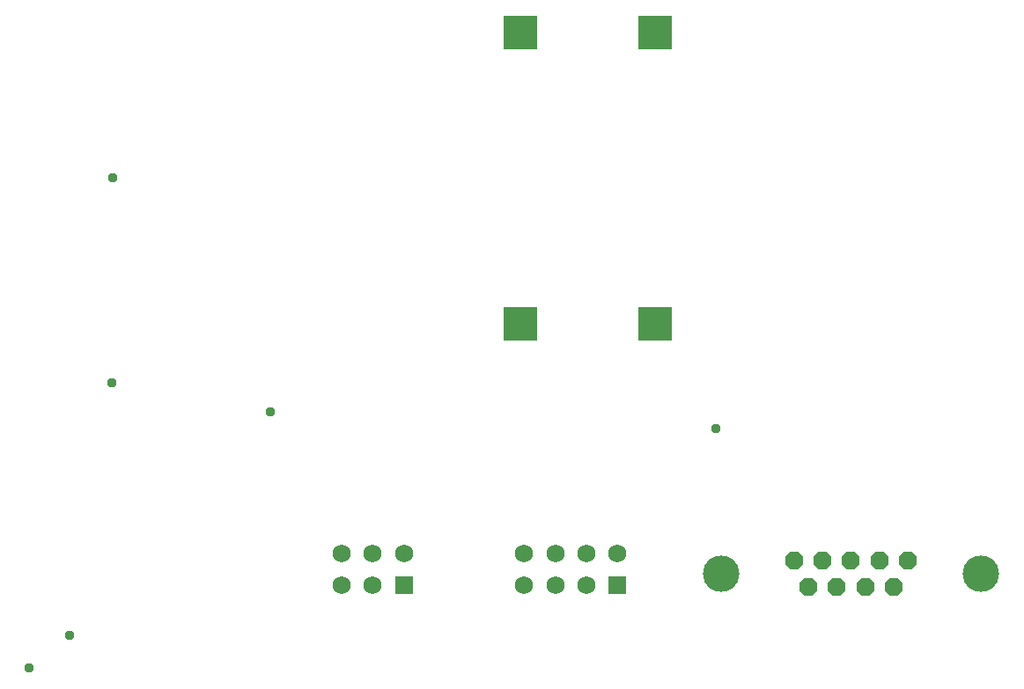
<source format=gbr>
G04 EAGLE Gerber RS-274X export*
G75*
%MOMM*%
%FSLAX34Y34*%
%LPD*%
%INSoldermask Bottom*%
%IPPOS*%
%AMOC8*
5,1,8,0,0,1.08239X$1,22.5*%
G01*
%ADD10P,1.869504X8X202.500000*%
%ADD11C,3.505200*%
%ADD12C,1.733200*%
%ADD13R,1.733200X1.733200*%
%ADD14R,3.203200X3.203200*%
%ADD15C,0.959600*%


D10*
X884864Y122700D03*
X857432Y122700D03*
X830000Y122700D03*
X802568Y122700D03*
X775136Y122700D03*
X871148Y97300D03*
X843716Y97300D03*
X816284Y97300D03*
X788852Y97300D03*
D11*
X955222Y110000D03*
X704778Y110000D03*
D12*
X575622Y99652D03*
X575622Y129652D03*
X545622Y99652D03*
X545622Y129652D03*
D13*
X605622Y99652D03*
D12*
X515622Y99652D03*
X605622Y129652D03*
X515622Y129652D03*
D13*
X400000Y99420D03*
D12*
X400000Y129420D03*
X370000Y99420D03*
X340000Y99420D03*
X370000Y129420D03*
X340000Y129420D03*
D14*
X512000Y351000D03*
X642000Y351000D03*
X642000Y631000D03*
X512000Y631000D03*
D15*
X272000Y266000D03*
X700000Y250000D03*
X120000Y491000D03*
X40000Y20000D03*
X79000Y51000D03*
X119000Y294000D03*
M02*

</source>
